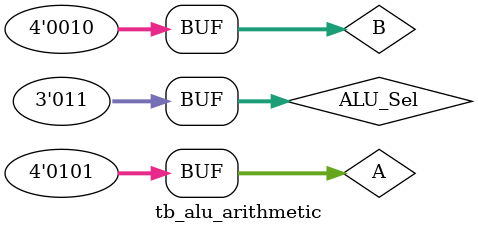
<source format=v>
module tb_alu_arithmetic;
    reg [3:0] A, B;
    reg [2:0] ALU_Sel;
    wire [7:0] ALU_Out;
    wire CarryOut;

    // Instantiate the ALU module
    alu_arithmetic uut (
        .A(A),
        .B(B),
        .ALU_Sel(ALU_Sel),
        .ALU_Out(ALU_Out),
        .CarryOut(CarryOut)
    );

    initial begin
        // Test Addition
        A = 4'b0011; B = 4'b0010; ALU_Sel = 3'b000; #10;
        // Test Subtraction
        A = 4'b0101; B = 4'b0011; ALU_Sel = 3'b001; #10;
        // Test Multiplication
        A = 4'b0011; B = 4'b0010; ALU_Sel = 3'b010; #10;
        // Test Division
        A = 4'b1000; B = 4'b0010; ALU_Sel = 3'b011; #10;
        // Test Modulus
        A = 4'b0101;
    end

endmodule
</source>
